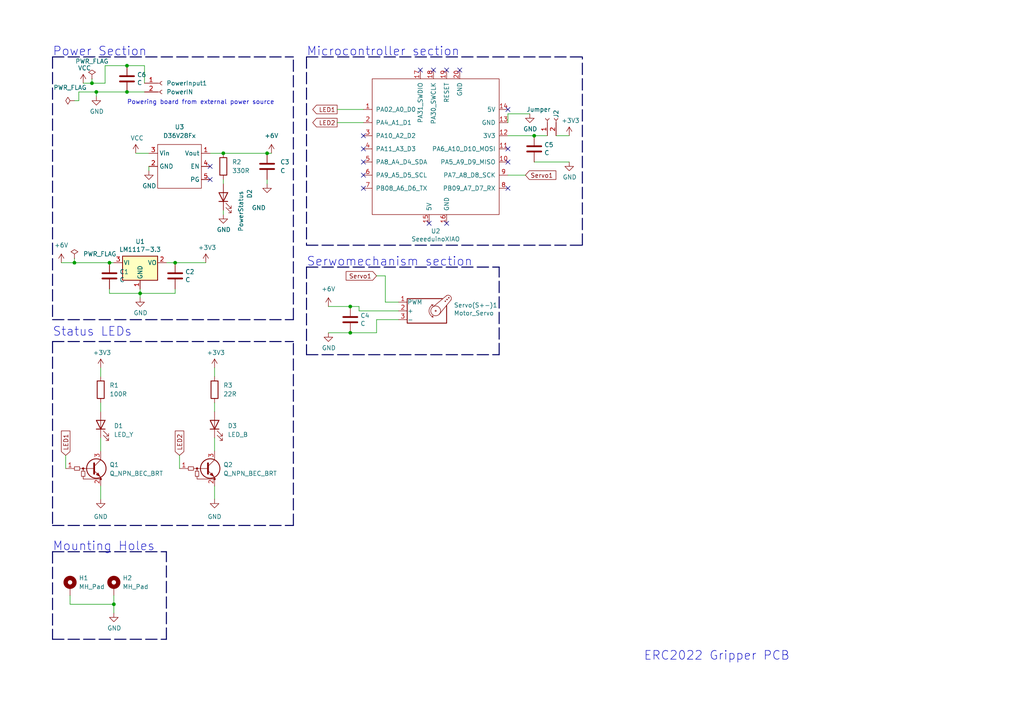
<source format=kicad_sch>
(kicad_sch (version 20211123) (generator eeschema)
  (paper "A4")
  (lib_symbols
    (symbol "Connector:Conn_01x02_Female" (pin_names (offset 1.016) hide)
      (property "Reference" "J" (at 0 2.54 0))
      (property "Value" "Conn_01x02_Female" (at 0 -5.08 0))
      (symbol "Conn_01x02_Female_1_1"
        (arc (start 0 -2.032) (mid -0.508 -2.54) (end 0 -3.048) (stroke (width 0.1524)))
        (polyline (pts (xy -1.27 -2.54) (xy -0.508 -2.54)) (stroke (width 0.1524)))
        (polyline (pts (xy -1.27 0) (xy -0.508 0)) (stroke (width 0.1524)))
        (arc (start 0 0.508) (mid -0.508 0) (end 0 -0.508) (stroke (width 0.1524)))
        (pin passive line (at -5.08 0 0) (length 3.81) (name "Pin_1") (number "1"))
        (pin passive line (at -5.08 -2.54 0) (length 3.81) (name "Pin_2") (number "2"))
      )
    )
    (symbol "Device:C" (pin_numbers hide) (pin_names (offset 0.254))
      (property "Reference" "C" (at 0.635 2.54 0))
      (property "Value" "C" (at 0.635 -2.54 0))
      (symbol "C_0_1"
        (polyline (pts (xy -2.032 -0.762) (xy 2.032 -0.762)) (stroke (width 0.508)))
        (polyline (pts (xy -2.032 0.762) (xy 2.032 0.762)) (stroke (width 0.508)))
      )
      (symbol "C_1_1"
        (pin passive line (at 0 3.81 270) (length 2.794) (name "~") (number "1"))
        (pin passive line (at 0 -3.81 90) (length 2.794) (name "~") (number "2"))
      )
    )
    (symbol "Device:LED" (pin_numbers hide) (pin_names (offset 1.016) hide)
      (property "Reference" "D" (at 0 2.54 0))
      (property "Value" "LED" (at 0 -2.54 0))
      (symbol "LED_0_1"
        (polyline (pts (xy -1.27 -1.27) (xy -1.27 1.27)) (stroke (width 0.254)))
        (polyline (pts (xy -1.27 0) (xy 1.27 0)))
        (polyline (pts (xy 1.27 -1.27) (xy 1.27 1.27) (xy -1.27 0) (xy 1.27 -1.27)) (stroke (width 0.254)))
        (polyline (pts (xy -3.048 -0.762) (xy -4.572 -2.286) (xy -3.81 -2.286) (xy -4.572 -2.286) (xy -4.572 -1.524)))
        (polyline (pts (xy -1.778 -0.762) (xy -3.302 -2.286) (xy -2.54 -2.286) (xy -3.302 -2.286) (xy -3.302 -1.524)))
      )
      (symbol "LED_1_1"
        (pin passive line (at -3.81 0 0) (length 2.54) (name "K") (number "1"))
        (pin passive line (at 3.81 0 180) (length 2.54) (name "A") (number "2"))
      )
    )
    (symbol "Device:Q_NPN_BEC_BRT" (pin_names hide)
      (property "Reference" "Q" (at 3.81 1.27 0))
      (property "Value" "Q_NPN_BEC_BRT" (at 3.81 -1.27 0))
      (symbol "Q_NPN_BEC_BRT_0_1"
        (rectangle (start -6.35 0.508) (end -4.826 -0.508))
        (rectangle (start -4.318 -2.286) (end -3.302 -0.762))
        (circle (center -3.81 0) (radius 0.254) (fill (type outline)))
        (polyline (pts (xy -3.81 -0.762) (xy -3.81 0)))
        (polyline (pts (xy -0.762 0) (xy -4.826 0)))
        (polyline (pts (xy -0.635 1.524) (xy -0.635 -1.524)) (stroke (width 0.508)))
        (polyline (pts (xy -3.81 -2.286) (xy -3.81 -3.048) (xy 1.27 -3.048)))
        (circle (center 1.27 -3.048) (radius 0.254) (fill (type outline)))
      )
      (symbol "Q_NPN_BEC_BRT_1_1"
        (polyline (pts (xy -0.635 0.635) (xy 1.27 2.54)))
        (polyline (pts (xy -0.635 -0.635) (xy 1.27 -2.54) (xy 1.27 -2.54)))
        (polyline (pts (xy 0 -1.778) (xy 0.508 -1.27) (xy 1.016 -2.286) (xy 0 -1.778) (xy 0 -1.778)) (fill (type outline)))
        (circle (center 0 0) (radius 2.8194) (stroke (width 0.254)))
        (pin input line (at -8.89 0 0) (length 2.54) (name "B") (number "1"))
        (pin passive line (at 1.27 -5.08 90) (length 2.54) (name "E") (number "2"))
        (pin passive line (at 1.27 5.08 270) (length 2.54) (name "C") (number "3"))
      )
    )
    (symbol "Device:R" (pin_numbers hide) (pin_names (offset 0))
      (property "Reference" "R" (at 2.032 0 90))
      (property "Value" "R" (at 0 0 90))
      (symbol "R_0_1"
        (rectangle (start -1.016 -2.54) (end 1.016 2.54) (stroke (width 0.254)))
      )
      (symbol "R_1_1"
        (pin passive line (at 0 3.81 270) (length 1.27) (name "~") (number "1"))
        (pin passive line (at 0 -3.81 90) (length 1.27) (name "~") (number "2"))
      )
    )
    (symbol "Gripper_pcb-rescue:SeeeduinoXIAO-Seeeduino_XIAO" (pin_names (offset 1.016))
      (property "Reference" "U" (at -19.05 22.86 0))
      (property "Value" "SeeeduinoXIAO-Seeeduino_XIAO" (at -12.7 21.59 0))
      (symbol "SeeeduinoXIAO-Seeeduino_XIAO_0_1"
        (rectangle (start -19.05 20.32) (end 17.78 -19.05))
      )
      (symbol "SeeeduinoXIAO-Seeeduino_XIAO_1_1"
        (pin unspecified line (at -21.59 11.43 0) (length 2.54) (name "PA02_A0_D0") (number "1"))
        (pin unspecified line (at 20.32 -3.81 180) (length 2.54) (name "PA5_A9_D9_MISO") (number "10"))
        (pin unspecified line (at 20.32 0 180) (length 2.54) (name "PA6_A10_D10_MOSI") (number "11"))
        (pin unspecified line (at 20.32 3.81 180) (length 2.54) (name "3V3") (number "12"))
        (pin unspecified line (at 20.32 7.62 180) (length 2.54) (name "GND") (number "13"))
        (pin unspecified line (at 20.32 11.43 180) (length 2.54) (name "5V") (number "14"))
        (pin input line (at -2.54 -21.59 90) (length 2.54) (name "5V") (number "15"))
        (pin input line (at 2.54 -21.59 90) (length 2.54) (name "GND") (number "16"))
        (pin input line (at -5.08 22.86 270) (length 2.54) (name "PA31_SWDIO") (number "17"))
        (pin input line (at -1.27 22.86 270) (length 2.54) (name "PA30_SWCLK") (number "18"))
        (pin input line (at 2.54 22.86 270) (length 2.54) (name "RESET") (number "19"))
        (pin unspecified line (at -21.59 7.62 0) (length 2.54) (name "PA4_A1_D1") (number "2"))
        (pin input line (at 6.35 22.86 270) (length 2.54) (name "GND") (number "20"))
        (pin unspecified line (at -21.59 3.81 0) (length 2.54) (name "PA10_A2_D2") (number "3"))
        (pin unspecified line (at -21.59 0 0) (length 2.54) (name "PA11_A3_D3") (number "4"))
        (pin unspecified line (at -21.59 -3.81 0) (length 2.54) (name "PA8_A4_D4_SDA") (number "5"))
        (pin unspecified line (at -21.59 -7.62 0) (length 2.54) (name "PA9_A5_D5_SCL") (number "6"))
        (pin unspecified line (at -21.59 -11.43 0) (length 2.54) (name "PB08_A6_D6_TX") (number "7"))
        (pin unspecified line (at 20.32 -11.43 180) (length 2.54) (name "PB09_A7_D7_RX") (number "8"))
        (pin unspecified line (at 20.32 -7.62 180) (length 2.54) (name "PA7_A8_D8_SCK") (number "9"))
      )
    )
    (symbol "Mechanical:MountingHole_Pad" (pin_numbers hide) (pin_names (offset 1.016) hide)
      (property "Reference" "H" (at 0 6.35 0))
      (property "Value" "MountingHole_Pad" (at 0 4.445 0))
      (symbol "MountingHole_Pad_0_1"
        (circle (center 0 1.27) (radius 1.27) (stroke (width 1.27)))
      )
      (symbol "MountingHole_Pad_1_1"
        (pin input line (at 0 -2.54 90) (length 2.54) (name "1") (number "1"))
      )
    )
    (symbol "Motor:Motor_Servo" (pin_names (offset 0.0254))
      (property "Reference" "M" (at -5.08 4.445 0))
      (property "Value" "Motor_Servo" (at -5.08 -4.064 0))
      (symbol "Motor_Servo_0_1"
        (polyline (pts (xy 2.413 -1.778) (xy 2.032 -1.778)))
        (polyline (pts (xy 2.413 -1.778) (xy 2.286 -1.397)))
        (polyline (pts (xy 2.413 1.778) (xy 1.905 1.778)))
        (polyline (pts (xy 2.413 1.778) (xy 2.286 1.397)))
        (polyline (pts (xy 6.35 4.445) (xy 2.54 1.27)))
        (polyline (pts (xy 7.62 3.175) (xy 4.191 -1.016)))
        (polyline (pts (xy 5.08 3.556) (xy -5.08 3.556) (xy -5.08 -3.556) (xy 6.35 -3.556) (xy 6.35 1.524)) (stroke (width 0.254)))
        (arc (start 2.413 1.778) (mid 1.2406 0) (end 2.413 -1.778))
        (circle (center 3.175 0) (radius 0.1778))
        (circle (center 3.175 0) (radius 1.4224))
        (circle (center 5.969 2.794) (radius 0.127))
        (circle (center 6.477 3.302) (radius 0.127))
        (circle (center 6.985 3.81) (radius 0.127))
        (arc (start 7.62 3.175) (mid 7.4485 4.2735) (end 6.35 4.445))
      )
      (symbol "Motor_Servo_1_1"
        (pin passive line (at -7.62 2.54 0) (length 2.54) (name "PWM") (number "1"))
        (pin passive line (at -7.62 0 0) (length 2.54) (name "+") (number "2"))
        (pin passive line (at -7.62 -2.54 0) (length 2.54) (name "-") (number "3"))
      )
    )
    (symbol "MyOwnLib:D36V28Fx"
      (property "Reference" "U?" (at 6.35 11.43 0))
      (property "Value" "D36V28Fx" (at 6.35 8.89 0))
      (symbol "D36V28Fx_0_1"
        (rectangle (start 0 6.35) (end 12.7 -6.35))
      )
      (symbol "D36V28Fx_1_1"
        (pin power_out line (at 15.24 3.81 180) (length 2.54) (name "Vout") (number "1"))
        (pin power_in line (at -2.54 0 0) (length 2.54) (name "GND") (number "2"))
        (pin power_in line (at -2.54 3.81 0) (length 2.54) (name "Vin") (number "3"))
        (pin passive line (at 15.24 0 180) (length 2.54) (name "EN") (number "4"))
        (pin passive line (at 15.24 -3.81 180) (length 2.54) (name "PG") (number "5"))
      )
    )
    (symbol "Regulator_Linear:LM1117-3.3" (pin_names (offset 0.254))
      (property "Reference" "U" (at -3.81 3.175 0))
      (property "Value" "LM1117-3.3" (at 0 3.175 0))
      (symbol "LM1117-3.3_0_1"
        (rectangle (start -5.08 -5.08) (end 5.08 1.905) (stroke (width 0.254)) (fill (type background)))
      )
      (symbol "LM1117-3.3_1_1"
        (pin power_in line (at 0 -7.62 90) (length 2.54) (name "GND") (number "1"))
        (pin power_out line (at 7.62 0 180) (length 2.54) (name "VO") (number "2"))
        (pin power_in line (at -7.62 0 0) (length 2.54) (name "VI") (number "3"))
      )
    )
    (symbol "power:+3.3V" (power) (pin_names (offset 0))
      (property "Value" "+3.3V" (at 0 3.556 0))
      (symbol "+3.3V_0_1"
        (polyline (pts (xy -0.762 1.27) (xy 0 2.54)))
        (polyline (pts (xy 0 0) (xy 0 2.54)))
        (polyline (pts (xy 0 2.54) (xy 0.762 1.27)))
      )
      (symbol "+3.3V_1_1"
        (pin power_in line (at 0 0 90) (length 0) hide (name "+3V3") (number "1"))
      )
    )
    (symbol "power:+6V" (power) (pin_names (offset 0))
      (property "Value" "+6V" (at 0 3.556 0))
      (symbol "+6V_0_1"
        (polyline (pts (xy -0.762 1.27) (xy 0 2.54)))
        (polyline (pts (xy 0 0) (xy 0 2.54)))
        (polyline (pts (xy 0 2.54) (xy 0.762 1.27)))
      )
      (symbol "+6V_1_1"
        (pin power_in line (at 0 0 90) (length 0) hide (name "+6V") (number "1"))
      )
    )
    (symbol "power:GND" (power) (pin_names (offset 0))
      (property "Value" "GND" (at 0 -3.81 0))
      (symbol "GND_0_1"
        (polyline (pts (xy 0 0) (xy 0 -1.27) (xy 1.27 -1.27) (xy 0 -2.54) (xy -1.27 -1.27) (xy 0 -1.27)))
      )
      (symbol "GND_1_1"
        (pin power_in line (at 0 0 270) (length 0) hide (name "GND") (number "1"))
      )
    )
    (symbol "power:PWR_FLAG" (power) (pin_numbers hide) (pin_names (offset 0) hide)
      (property "Value" "PWR_FLAG" (at 0 3.81 0))
      (symbol "PWR_FLAG_0_0"
        (pin power_out line (at 0 0 90) (length 0) (name "pwr") (number "1"))
      )
      (symbol "PWR_FLAG_0_1"
        (polyline (pts (xy 0 0) (xy 0 1.27) (xy -1.016 1.905) (xy 0 2.54) (xy 1.016 1.905) (xy 0 1.27)))
      )
    )
    (symbol "power:VCC" (power) (pin_names (offset 0))
      (property "Value" "VCC" (at 0 3.81 0))
      (symbol "VCC_0_1"
        (polyline (pts (xy -0.762 1.27) (xy 0 2.54)))
        (polyline (pts (xy 0 0) (xy 0 2.54)))
        (polyline (pts (xy 0 2.54) (xy 0.762 1.27)))
      )
      (symbol "VCC_1_1"
        (pin power_in line (at 0 0 90) (length 0) hide (name "VCC") (number "1"))
      )
    )
  )
  (junction (at 50.8 76.2))
  (junction (at 101.6 96.52))
  (junction (at 77.47 44.45))
  (junction (at 33.02 175.26))
  (junction (at 31.75 76.2))
  (junction (at 36.83 26.67))
  (junction (at 40.64 85.09))
  (junction (at 101.6 88.9))
  (junction (at 27.94 26.67))
  (junction (at 26.67 24.13))
  (junction (at 154.94 39.37))
  (junction (at 36.83 19.05))
  (junction (at 64.77 44.45))
  (junction (at 21.59 76.2))
  (no_connect (at 133.35 20.32))
  (no_connect (at 121.92 20.32))
  (no_connect (at 125.73 20.32))
  (no_connect (at 129.54 20.32))
  (no_connect (at 124.46 64.77))
  (no_connect (at 129.54 64.77))
  (no_connect (at 147.32 54.61))
  (no_connect (at 147.32 43.18))
  (no_connect (at 147.32 46.99))
  (no_connect (at 147.32 31.75))
  (no_connect (at 105.41 39.37))
  (no_connect (at 105.41 43.18))
  (no_connect (at 105.41 50.8))
  (no_connect (at 105.41 54.61))
  (no_connect (at 105.41 46.99))
  (no_connect (at 60.96 48.26))
  (no_connect (at 60.96 52.07))
  (wire (pts (xy 52.07 132.08) (xy 52.07 135.89)))
  (wire (pts (xy 29.21 140.97) (xy 29.21 144.78)))
  (polyline (pts (xy 15.24 92.71) (xy 85.09 92.71)) (stroke (width 0.3) (color 0 0 100 1)))
  (wire (pts (xy 22.86 29.21) (xy 21.59 29.21)))
  (wire (pts (xy 36.83 26.67) (xy 41.91 26.67)))
  (polyline (pts (xy 15.24 16.51) (xy 15.24 92.71)) (stroke (width 0.3) (color 0 0 100 1)))
  (wire (pts (xy 26.67 22.86) (xy 26.67 24.13)))
  (wire (pts (xy 27.94 26.67) (xy 27.94 27.94)))
  (wire (pts (xy 33.02 175.26) (xy 33.02 177.8)))
  (wire (pts (xy 64.77 44.45) (xy 77.47 44.45)))
  (wire (pts (xy 147.32 50.8) (xy 152.4 50.8)))
  (wire (pts (xy 165.1 46.99) (xy 154.94 46.99)))
  (polyline (pts (xy 15.24 152.4) (xy 85.09 152.4)) (stroke (width 0.3) (color 0 0 100 1)))
  (wire (pts (xy 41.91 19.05) (xy 41.91 24.13)))
  (wire (pts (xy 22.86 26.67) (xy 22.86 29.21)))
  (polyline (pts (xy 85.09 152.4) (xy 85.09 99.06)) (stroke (width 0.3) (color 0 0 100 1)))
  (wire (pts (xy 43.18 48.26) (xy 43.18 49.53)))
  (wire (pts (xy 77.47 44.45) (xy 78.74 44.45)))
  (wire (pts (xy 20.32 172.72) (xy 20.32 175.26)))
  (wire (pts (xy 147.32 33.02) (xy 153.67 33.02)))
  (wire (pts (xy 31.75 83.82) (xy 31.75 85.09)))
  (wire (pts (xy 62.23 116.84) (xy 62.23 119.38)))
  (wire (pts (xy 101.6 88.9) (xy 95.25 88.9)))
  (wire (pts (xy 147.32 39.37) (xy 154.94 39.37)))
  (wire (pts (xy 40.64 85.09) (xy 31.75 85.09)))
  (wire (pts (xy 39.37 44.45) (xy 43.18 44.45)))
  (polyline (pts (xy 88.9 102.87) (xy 144.78 102.87)) (stroke (width 0.3) (color 0 0 100 1)))
  (polyline (pts (xy 15.24 99.06) (xy 15.24 152.4)) (stroke (width 0.3) (color 0 0 100 1)))
  (polyline (pts (xy 48.26 185.42) (xy 48.26 160.02)) (stroke (width 0.3) (color 0 0 100 1)))
  (wire (pts (xy 36.83 19.05) (xy 30.48 19.05)))
  (polyline (pts (xy 15.24 16.51) (xy 85.09 16.51)) (stroke (width 0.3) (color 0 0 100 1)))
  (polyline (pts (xy 88.9 16.51) (xy 168.91 16.51)) (stroke (width 0.3) (color 0 0 100 1)))
  (polyline (pts (xy 88.9 77.47) (xy 88.9 102.87)) (stroke (width 0.3) (color 0 0 100 1)))
  (wire (pts (xy 31.75 76.2) (xy 33.02 76.2)))
  (wire (pts (xy 62.23 106.68) (xy 62.23 109.22)))
  (wire (pts (xy 40.64 85.09) (xy 50.8 85.09)))
  (wire (pts (xy 97.79 31.75) (xy 105.41 31.75)))
  (wire (pts (xy 21.59 76.2) (xy 31.75 76.2)))
  (wire (pts (xy 62.23 140.97) (xy 62.23 144.78)))
  (wire (pts (xy 30.48 19.05) (xy 30.48 24.13)))
  (polyline (pts (xy 15.24 160.02) (xy 15.24 185.42)) (stroke (width 0.3) (color 0 0 100 1)))
  (wire (pts (xy 101.6 96.52) (xy 95.25 96.52)))
  (wire (pts (xy 24.13 24.13) (xy 26.67 24.13)))
  (wire (pts (xy 48.26 76.2) (xy 50.8 76.2)))
  (wire (pts (xy 115.57 92.71) (xy 109.22 92.71)))
  (wire (pts (xy 60.96 44.45) (xy 64.77 44.45)))
  (wire (pts (xy 147.32 33.02) (xy 147.32 35.56)))
  (wire (pts (xy 33.02 172.72) (xy 33.02 175.26)))
  (polyline (pts (xy 88.9 77.47) (xy 144.78 77.47)) (stroke (width 0.3) (color 0 0 100 1)))
  (wire (pts (xy 29.21 106.68) (xy 29.21 109.22)))
  (wire (pts (xy 30.48 24.13) (xy 26.67 24.13)))
  (wire (pts (xy 104.14 88.9) (xy 101.6 88.9)))
  (polyline (pts (xy 88.9 71.12) (xy 168.91 71.12)) (stroke (width 0.3) (color 0 0 100 1)))
  (wire (pts (xy 109.22 96.52) (xy 101.6 96.52)))
  (polyline (pts (xy 144.78 102.87) (xy 144.78 77.47)) (stroke (width 0.3) (color 0 0 100 1)))
  (wire (pts (xy 19.05 132.08) (xy 19.05 135.89)))
  (wire (pts (xy 111.76 80.01) (xy 109.22 80.01)))
  (wire (pts (xy 97.79 35.56) (xy 105.41 35.56)))
  (polyline (pts (xy 15.24 160.02) (xy 48.26 160.02)) (stroke (width 0.3) (color 0 0 100 1)))
  (wire (pts (xy 64.77 60.96) (xy 64.77 62.23)))
  (wire (pts (xy 161.29 39.37) (xy 165.1 39.37)))
  (polyline (pts (xy 15.24 185.42) (xy 48.26 185.42)) (stroke (width 0.3) (color 0 0 100 1)))
  (wire (pts (xy 27.94 26.67) (xy 36.83 26.67)))
  (wire (pts (xy 50.8 76.2) (xy 59.69 76.2)))
  (wire (pts (xy 111.76 87.63) (xy 111.76 80.01)))
  (wire (pts (xy 77.47 52.07) (xy 77.47 53.34)))
  (wire (pts (xy 27.94 26.67) (xy 22.86 26.67)))
  (wire (pts (xy 36.83 19.05) (xy 41.91 19.05)))
  (wire (pts (xy 115.57 90.17) (xy 104.14 90.17)))
  (wire (pts (xy 62.23 127) (xy 62.23 130.81)))
  (wire (pts (xy 29.21 127) (xy 29.21 130.81)))
  (wire (pts (xy 115.57 87.63) (xy 111.76 87.63)))
  (wire (pts (xy 29.21 116.84) (xy 29.21 119.38)))
  (wire (pts (xy 50.8 85.09) (xy 50.8 83.82)))
  (wire (pts (xy 21.59 74.93) (xy 21.59 76.2)))
  (wire (pts (xy 64.77 52.07) (xy 64.77 53.34)))
  (wire (pts (xy 40.64 83.82) (xy 40.64 85.09)))
  (wire (pts (xy 154.94 39.37) (xy 158.75 39.37)))
  (wire (pts (xy 40.64 85.09) (xy 40.64 86.36)))
  (polyline (pts (xy 168.91 71.12) (xy 168.91 16.51)) (stroke (width 0.3) (color 0 0 100 1)))
  (wire (pts (xy 109.22 92.71) (xy 109.22 96.52)))
  (wire (pts (xy 20.32 175.26) (xy 33.02 175.26)))
  (polyline (pts (xy 85.09 92.71) (xy 85.09 16.51)) (stroke (width 0.3) (color 0 0 100 1)))
  (wire (pts (xy 104.14 90.17) (xy 104.14 88.9)))
  (polyline (pts (xy 88.9 16.51) (xy 88.9 71.12)) (stroke (width 0.3) (color 0 0 100 1)))
  (wire (pts (xy 17.78 76.2) (xy 21.59 76.2)))
  (polyline (pts (xy 15.24 99.06) (xy 85.09 99.06)) (stroke (width 0.3) (color 0 0 100 1)))
  (text "Microcontroller section\n" (at 88.9 16.51 0) (effects (font (size 2.54 2.54)) (justify left bottom)))
  (text "Power Section" (at 15.24 16.51 0) (effects (font (size 2.54 2.54)) (justify left bottom)))
  (text "Status LEDs" (at 15.24 97.79 0) (effects (font (size 2.54 2.54)) (justify left bottom)))
  (text "Serwomechanism section\n" (at 88.9 77.47 0) (effects (font (size 2.54 2.54)) (justify left bottom)))
  (text "Powering board from external power source" (at 36.83 30.48 0) (effects (font (size 1.27 1.27)) (justify left bottom)))
  (text "Mounting Holes" (at 15.24 160.02 0) (effects (font (size 2.54 2.54)) (justify left bottom)))
  (text "ERC2022 Gripper PCB" (at 186.69 191.77 0) (effects (font (size 2.54 2.54)) (justify left bottom)))
  (global_label "LED2" (shape input) (at 52.07 132.08 90) (property "Intersheet References" "${INTERSHEET_REFS}" (effects hide)))
  (global_label "Servo1" (shape input) (at 109.22 80.01 180) (property "Intersheet References" "${INTERSHEET_REFS}" (effects hide)))
  (global_label "LED2" (shape output) (at 97.79 35.56 180) (property "Intersheet References" "${INTERSHEET_REFS}" (effects hide)))
  (global_label "LED1" (shape input) (at 19.05 132.08 90) (property "Intersheet References" "${INTERSHEET_REFS}" (effects hide)))
  (global_label "Servo1" (shape input) (at 152.4 50.8 0) (property "Intersheet References" "${INTERSHEET_REFS}" (effects hide)))
  (global_label "LED1" (shape output) (at 97.79 31.75 180) (property "Intersheet References" "${INTERSHEET_REFS}" (effects hide)))
  (symbol (lib_id "power:VCC") (at 39.37 44.45 0) (unit 1)
    (property "Reference" "#PWR0101" (effects hide))
    (property "Value" "VCC" (at 39.751 40.0558 0))
  )
  (symbol (lib_id "Device:C") (at 77.47 48.26 0) (unit 1)
    (property "Reference" "C3" (at 81.28 46.9899 0) (effects (justify left)))
    (property "Value" "C" (at 81.28 49.5299 0) (effects (justify left)))
    (property "Footprint" "Capacitor_Tantalum_SMD:CP_EIA-3216-18_Kemet-A" (effects hide))
  )
  (symbol (lib_id "power:+3.3V") (at 59.69 76.2 0) (unit 1)
    (property "Reference" "#PWR0108" (effects hide))
    (property "Value" "+3.3V" (at 60.071 71.8058 0))
  )
  (symbol (lib_id "Device:C") (at 36.83 22.86 0) (unit 1)
    (property "Reference" "C6" (at 39.751 21.6916 0) (effects (justify left)))
    (property "Value" "C" (at 39.751 24.003 0) (effects (justify left)))
    (property "Footprint" "Capacitor_SMD:CP_Elec_6.3x5.8" (effects hide))
  )
  (symbol (lib_id "Device:R") (at 62.23 113.03 0) (unit 1)
    (property "Reference" "R3" (at 64.77 111.7599 0) (effects (justify left)))
    (property "Value" "22R" (at 64.77 114.2999 0) (effects (justify left)))
    (property "Footprint" "Resistor_SMD:R_0805_2012Metric" (effects hide))
  )
  (symbol (lib_id "Device:LED") (at 64.77 57.15 90) (unit 1)
    (property "Reference" "D2" (at 72.39 56.1975 0))
    (property "Value" "PowerStatus" (at 69.85 61.2775 0))
    (property "Footprint" "LED_SMD:LED_1206_3216Metric" (effects hide))
  )
  (symbol (lib_id "Device:Q_NPN_BEC_BRT") (at 60.96 135.89 0) (unit 1)
    (property "Reference" "Q2" (at 64.77 134.7977 0) (effects (justify left)))
    (property "Value" "Q_NPN_BEC_BRT" (at 64.77 137.3377 0) (effects (justify left)))
    (property "Footprint" "Package_TO_SOT_SMD:SOT-23" (effects hide))
  )
  (symbol (lib_id "power:GND") (at 33.02 177.8 0) (unit 1)
    (property "Reference" "#PWR0111" (effects hide))
    (property "Value" "GND" (at 33.147 182.1942 0))
  )
  (symbol (lib_id "power:PWR_FLAG") (at 26.67 22.86 0) (unit 1)
    (property "Reference" "#FLG0101" (effects hide))
    (property "Value" "PWR_FLAG" (at 26.67 17.78 0))
  )
  (symbol (lib_id "Gripper_pcb-rescue:SeeeduinoXIAO-Seeeduino_XIAO") (at 127 43.18 0) (unit 1)
    (property "Reference" "U2" (at 126.365 67.0306 0))
    (property "Value" "SeeeduinoXIAO" (at 126.365 69.342 0))
    (property "Footprint" "SeeduinoXIAO:Seeeduino XIAO-MOUDLE14P-2.54-21X17.8MM" (effects hide))
  )
  (symbol (lib_id "power:GND") (at 43.18 49.53 0) (unit 1)
    (property "Reference" "#PWR0104" (effects hide))
    (property "Value" "GND" (at 43.307 53.9242 0))
  )
  (symbol (lib_id "Connector:Conn_01x02_Female") (at 46.99 24.13 0) (unit 1)
    (property "Reference" "PowerInput1" (at 48.26 24.1299 0) (effects (justify left)))
    (property "Value" "PowerIN" (at 48.26 26.6699 0) (effects (justify left)))
    (property "Footprint" "MyOwnLib:Molex_SL_x02" (effects hide))
  )
  (symbol (lib_id "Motor:Motor_Servo") (at 123.19 90.17 0) (unit 1)
    (property "Reference" "Servo(S+-)1" (at 131.6228 88.519 0) (effects (justify left)))
    (property "Value" "Motor_Servo" (at 131.6228 90.8304 0) (effects (justify left)))
    (property "Footprint" "MyOwnLib:Molex_SL_x03" (effects hide))
    (property "Datasheet" "http://forums.parallax.com/uploads/attachments/46831/74481.png" (effects hide))
  )
  (symbol (lib_id "power:+3.3V") (at 62.23 106.68 0) (unit 1)
    (property "Reference" "#PWR0113" (effects hide))
    (property "Value" "+3.3V" (at 62.611 102.2858 0))
  )
  (symbol (lib_id "power:+3.3V") (at 29.21 106.68 0) (unit 1)
    (property "Reference" "#PWR0116" (effects hide))
    (property "Value" "+3.3V" (at 29.591 102.2858 0))
  )
  (symbol (lib_id "Device:C") (at 101.6 92.71 0) (unit 1)
    (property "Reference" "C4" (at 104.521 91.5416 0) (effects (justify left)))
    (property "Value" "C" (at 104.521 93.853 0) (effects (justify left)))
    (property "Footprint" "Capacitor_SMD:CP_Elec_6.3x5.8" (effects hide))
  )
  (symbol (lib_id "power:GND") (at 95.25 96.52 0) (unit 1)
    (property "Reference" "#PWR0118" (effects hide))
    (property "Value" "GND" (at 95.377 100.9142 0))
  )
  (symbol (lib_id "Device:C") (at 50.8 80.01 0) (unit 1)
    (property "Reference" "C2" (at 53.721 78.8416 0) (effects (justify left)))
    (property "Value" "C" (at 53.721 81.153 0) (effects (justify left)))
    (property "Footprint" "Capacitor_Tantalum_SMD:CP_EIA-6032-28_Kemet-C" (effects hide))
  )
  (symbol (lib_id "power:+6V") (at 17.78 76.2 0) (unit 1)
    (property "Reference" "#PWR0105" (effects hide))
    (property "Value" "+6V" (at 17.78 71.12 0))
  )
  (symbol (lib_id "power:+3.3V") (at 165.1 39.37 0) (unit 1)
    (property "Reference" "#PWR0119" (effects hide))
    (property "Value" "+3.3V" (at 165.481 34.9758 0))
  )
  (symbol (lib_id "Device:C") (at 31.75 80.01 0) (unit 1)
    (property "Reference" "C1" (at 34.671 78.8416 0) (effects (justify left)))
    (property "Value" "C" (at 34.671 81.153 0) (effects (justify left)))
    (property "Footprint" "Capacitor_Tantalum_SMD:CP_EIA-3216-18_Kemet-A" (effects hide))
  )
  (symbol (lib_id "power:VCC") (at 24.13 24.13 0) (unit 1)
    (property "Reference" "#PWR0102" (effects hide))
    (property "Value" "VCC" (at 24.511 19.7358 0))
  )
  (symbol (lib_id "Device:LED") (at 29.21 123.19 90) (unit 1)
    (property "Reference" "D1" (at 33.02 123.5074 90) (effects (justify right)))
    (property "Value" "LED_Y" (at 33.02 126.0474 90) (effects (justify right)))
    (property "Footprint" "LED_SMD:LED_1206_3216Metric" (effects hide))
  )
  (symbol (lib_id "Device:R") (at 64.77 48.26 0) (unit 1)
    (property "Reference" "R2" (at 67.31 46.9899 0) (effects (justify left)))
    (property "Value" "330R" (at 67.31 49.5299 0) (effects (justify left)))
    (property "Footprint" "Resistor_SMD:R_0805_2012Metric" (effects hide))
  )
  (symbol (lib_id "Device:R") (at 29.21 113.03 0) (unit 1)
    (property "Reference" "R1" (at 31.75 111.7599 0) (effects (justify left)))
    (property "Value" "100R" (at 31.75 114.2999 0) (effects (justify left)))
    (property "Footprint" "Resistor_SMD:R_0805_2012Metric" (effects hide))
  )
  (symbol (lib_id "power:GND") (at 64.77 62.23 0) (unit 1)
    (property "Reference" "#PWR0114" (effects hide))
    (property "Value" "GND" (at 64.897 66.6242 0))
  )
  (symbol (lib_id "power:GND") (at 29.21 144.78 0) (unit 1)
    (property "Reference" "#PWR0110" (effects hide))
    (property "Value" "GND" (at 29.21 149.86 0))
  )
  (symbol (lib_id "power:PWR_FLAG") (at 21.59 29.21 90) (unit 1)
    (property "Reference" "#FLG0102" (effects hide))
    (property "Value" "PWR_FLAG" (at 20.32 25.4 90))
  )
  (symbol (lib_id "power:GND") (at 40.64 86.36 0) (unit 1)
    (property "Reference" "#PWR0115" (effects hide))
    (property "Value" "GND" (at 40.767 90.7542 0))
  )
  (symbol (lib_id "power:GND") (at 62.23 144.78 0) (unit 1)
    (property "Reference" "#PWR0112" (effects hide))
    (property "Value" "GND" (at 62.23 149.86 0))
  )
  (symbol (lib_id "Mechanical:MountingHole_Pad") (at 20.32 170.18 0) (unit 1)
    (property "Reference" "H1" (at 22.86 167.6399 0) (effects (justify left)))
    (property "Value" "MH_Pad" (at 22.86 170.1799 0) (effects (justify left)))
    (property "Footprint" "MountingHole:MountingHole_3.2mm_M3_DIN965_Pad" (effects hide))
  )
  (symbol (lib_id "Device:LED") (at 62.23 123.19 90) (unit 1)
    (property "Reference" "D3" (at 66.04 123.5074 90) (effects (justify right)))
    (property "Value" "LED_B" (at 66.04 126.0474 90) (effects (justify right)))
    (property "Footprint" "LED_SMD:LED_1206_3216Metric" (effects hide))
  )
  (symbol (lib_id "Mechanical:MountingHole_Pad") (at 33.02 170.18 0) (unit 1)
    (property "Reference" "H2" (at 35.56 167.6399 0) (effects (justify left)))
    (property "Value" "MH_Pad" (at 35.56 170.1799 0) (effects (justify left)))
    (property "Footprint" "MountingHole:MountingHole_3.2mm_M3_DIN965_Pad" (effects hide))
  )
  (symbol (lib_id "power:GND") (at 77.47 53.34 0) (unit 1)
    (property "Reference" "#PWR0107" (effects hide))
    (property "Value" "GND" (at 75.057 60.2742 0))
  )
  (symbol (lib_id "Device:Q_NPN_BEC_BRT") (at 27.94 135.89 0) (unit 1)
    (property "Reference" "Q1" (at 31.75 134.7977 0) (effects (justify left)))
    (property "Value" "Q_NPN_BEC_BRT" (at 31.75 137.3377 0) (effects (justify left)))
    (property "Footprint" "Package_TO_SOT_SMD:SOT-23" (effects hide))
  )
  (symbol (lib_id "power:GND") (at 153.67 33.02 0) (unit 1)
    (property "Reference" "#PWR0120" (effects hide))
    (property "Value" "GND" (at 153.797 37.4142 0))
  )
  (symbol (lib_id "Regulator_Linear:LM1117-3.3") (at 40.64 76.2 0) (unit 1)
    (property "Reference" "U1" (at 40.64 70.0532 0))
    (property "Value" "LM1117-3.3" (at 40.64 72.3646 0))
    (property "Footprint" "Package_TO_SOT_SMD:SOT-223" (effects hide))
    (property "Datasheet" "http://www.ti.com/lit/ds/symlink/lm1117.pdf" (effects hide))
  )
  (symbol (lib_id "power:+6V") (at 95.25 88.9 0) (unit 1)
    (property "Reference" "#PWR0117" (effects hide))
    (property "Value" "+6V" (at 95.25 83.82 0))
  )
  (symbol (lib_id "power:PWR_FLAG") (at 21.59 74.93 0) (unit 1)
    (property "Reference" "#FLG0103" (effects hide))
    (property "Value" "PWR_FLAG" (at 24.13 73.6599 0) (effects (justify left)))
  )
  (symbol (lib_id "power:GND") (at 27.94 27.94 0) (unit 1)
    (property "Reference" "#PWR0103" (effects hide))
    (property "Value" "GND" (at 28.067 32.3342 0))
  )
  (symbol (lib_id "Device:C") (at 154.94 43.18 0) (unit 1)
    (property "Reference" "C5" (at 157.861 42.0116 0) (effects (justify left)))
    (property "Value" "C" (at 157.861 44.323 0) (effects (justify left)))
    (property "Footprint" "Capacitor_Tantalum_SMD:CP_EIA-3216-18_Kemet-A" (effects hide))
  )
  (symbol (lib_id "MyOwnLib:D36V28Fx") (at 45.72 48.26 0) (unit 1)
    (property "Reference" "U3" (at 52.07 36.83 0))
    (property "Value" "D36V28Fx" (at 52.07 39.37 0))
    (property "Footprint" "MyOwnLib:D36V28Fx StepDown Voltage Regulator" (effects hide))
    (property "Datasheet" "https://www.pololu.com/product/3783/specs" (effects hide))
  )
  (symbol (lib_id "power:+6V") (at 78.74 44.45 0) (unit 1)
    (property "Reference" "#PWR0106" (effects hide))
    (property "Value" "+6V" (at 78.74 39.37 0))
  )
  (symbol (lib_id "Connector:Conn_01x02_Female") (at 158.75 34.29 90) (unit 1)
    (property "Reference" "J2" (at 161.29 33.02 0))
    (property "Value" "Jumper" (at 156.21 31.75 90))
    (property "Footprint" "Connector_PinHeader_2.54mm:PinHeader_1x02_P2.54mm_Vertical" (effects hide))
  )
  (symbol (lib_id "power:GND") (at 165.1 46.99 0) (unit 1)
    (property "Reference" "#PWR0109" (effects hide))
    (property "Value" "GND" (at 165.227 51.3842 0))
  )
)
</source>
